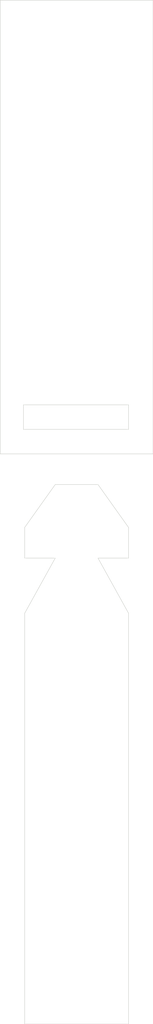
<source format=kicad_pcb>
(kicad_pcb (version 20201220) (generator pcbnew)

  (general
    (thickness 1.59766)
  )

  (paper "A4")
  (layers
    (0 "F.Cu" jumper)
    (31 "B.Cu" signal)
    (32 "B.Adhes" user "B.Adhesive")
    (33 "F.Adhes" user "F.Adhesive")
    (34 "B.Paste" user)
    (35 "F.Paste" user)
    (36 "B.SilkS" user "B.Silkscreen")
    (37 "F.SilkS" user "F.Silkscreen")
    (38 "B.Mask" user)
    (39 "F.Mask" user)
    (40 "Dwgs.User" user "User.Drawings")
    (41 "Cmts.User" user "User.Comments")
    (42 "Eco1.User" user "User.Eco1")
    (43 "Eco2.User" user "User.Eco2")
    (44 "Edge.Cuts" user)
    (45 "Margin" user)
    (46 "B.CrtYd" user "B.Courtyard")
    (47 "F.CrtYd" user "F.Courtyard")
    (48 "B.Fab" user)
    (49 "F.Fab" user)
  )

  (setup
    (stackup
      (layer "F.SilkS" (type "Top Silk Screen"))
      (layer "F.Paste" (type "Top Solder Paste"))
      (layer "F.Mask" (type "Top Solder Mask") (color "Green") (thickness 0.01))
      (layer "F.Cu" (type "copper") (thickness 0.035))
      (layer "dielectric 1" (type "core") (thickness 1.51) (material "FR4") (epsilon_r 4.5) (loss_tangent 0.02))
      (layer "B.Cu" (type "copper") (thickness 0.035))
      (layer "B.Mask" (type "Bottom Solder Mask") (color "Green") (thickness 0.01))
      (layer "B.Paste" (type "Bottom Solder Paste"))
      (layer "B.SilkS" (type "Bottom Silk Screen"))
      (copper_finish "None")
      (dielectric_constraints no)
    )
    (pcbplotparams
      (layerselection 0x00010fc_ffffffff)
      (disableapertmacros false)
      (usegerberextensions false)
      (usegerberattributes false)
      (usegerberadvancedattributes false)
      (creategerberjobfile false)
      (svguseinch false)
      (svgprecision 6)
      (excludeedgelayer true)
      (plotframeref false)
      (viasonmask false)
      (mode 1)
      (useauxorigin true)
      (hpglpennumber 1)
      (hpglpenspeed 20)
      (hpglpendiameter 15.000000)
      (psnegative false)
      (psa4output false)
      (plotreference true)
      (plotvalue true)
      (plotinvisibletext false)
      (sketchpadsonfab false)
      (subtractmaskfromsilk false)
      (outputformat 1)
      (mirror false)
      (drillshape 0)
      (scaleselection 1)
      (outputdirectory "gerber/v11-aa")
    )
  )


  (net 0 "")

  (gr_line (start 171.323 113.03) (end 182.118 113.03) (layer "Edge.Cuts") (width 0.05) (tstamp 0076b00d-5144-4bcb-950a-91d088cebc33))
  (gr_line (start 168.91 118.11) (end 184.785 118.11) (layer "Edge.Cuts") (width 0.05) (tstamp 0cd8fc05-9279-4889-9623-286ce773617b))
  (gr_line (start 171.45 125.73) (end 174.625 121.285) (layer "Edge.Cuts") (width 0.05) (tstamp 1b910d1f-4c69-4498-9d56-805f2f1fb330))
  (gr_line (start 182.118 115.57) (end 182.245 115.57) (layer "Edge.Cuts") (width 0.05) (tstamp 1fc4bb81-77e1-482f-9cb9-ea09043e4912))
  (gr_line (start 182.245 113.03) (end 182.245 115.57) (layer "Edge.Cuts") (width 0.05) (tstamp 24d713b3-a693-41dd-9cc5-029fc76c65a0))
  (gr_line (start 182.245 125.73) (end 179.07 121.285) (layer "Edge.Cuts") (width 0.05) (tstamp 268db59a-4071-4a42-ae79-015c0e337632))
  (gr_line (start 171.323 115.57) (end 171.45 115.57) (layer "Edge.Cuts") (width 0.05) (tstamp 2a30f39b-9db4-4400-b0bc-d4705b7ec65f))
  (gr_line (start 182.245 177.165) (end 171.45 177.165) (layer "Edge.Cuts") (width 0.05) (tstamp 4674a3de-c158-43fc-9544-d8ae18162dc9))
  (gr_line (start 171.323 113.03) (end 171.323 115.57) (layer "Edge.Cuts") (width 0.05) (tstamp 47d5d778-6d15-436b-85de-1ae97daecfec))
  (gr_line (start 174.625 128.905) (end 171.45 134.62) (layer "Edge.Cuts") (width 0.05) (tstamp 5cc5ebbc-0275-4e97-b586-4f0e60d380cb))
  (gr_line (start 182.245 128.905) (end 182.245 125.73) (layer "Edge.Cuts") (width 0.05) (tstamp 5e8dbc67-e1b2-4b28-9345-39d119a84f4c))
  (gr_line (start 171.45 177.165) (end 171.45 145.415) (layer "Edge.Cuts") (width 0.05) (tstamp 5f846dd8-f67d-4abf-8ed4-684a2bcb1346))
  (gr_line (start 184.785 71.12) (end 168.91 71.12) (layer "Edge.Cuts") (width 0.05) (tstamp 659d2e9a-1960-47d2-a086-fc50b88bdf98))
  (gr_line (start 182.245 134.62) (end 182.245 177.165) (layer "Edge.Cuts") (width 0.05) (tstamp 711d785c-ab89-4170-83b3-c00531327a98))
  (gr_line (start 179.07 128.905) (end 182.245 134.62) (layer "Edge.Cuts") (width 0.05) (tstamp 7ac1e76b-25aa-4655-892d-559a3ee2f133))
  (gr_line (start 174.625 128.905) (end 171.45 128.905) (layer "Edge.Cuts") (width 0.05) (tstamp 8844a41e-2660-49d7-b1d3-30ac786d7880))
  (gr_line (start 171.45 145.415) (end 171.45 134.62) (layer "Edge.Cuts") (width 0.05) (tstamp 894fa150-0a53-4cea-a260-ce2e7046cf05))
  (gr_line (start 168.91 118.11) (end 168.91 71.12) (layer "Edge.Cuts") (width 0.05) (tstamp 8b8c7f1d-acd5-4324-8613-14279b2b3f94))
  (gr_line (start 171.323 115.57) (end 182.118 115.57) (layer "Edge.Cuts") (width 0.05) (tstamp 93ae55fc-407e-4649-82f4-21ed9d3c7879))
  (gr_line (start 171.45 128.905) (end 171.45 125.73) (layer "Edge.Cuts") (width 0.05) (tstamp 958693a3-7316-45eb-a06e-cf7164ee459a))
  (gr_line (start 179.07 121.285) (end 174.625 121.285) (layer "Edge.Cuts") (width 0.05) (tstamp 9b59d82b-123d-4b7a-abc8-289e0916c4c7))
  (gr_line (start 171.323 113.03) (end 171.45 113.03) (layer "Edge.Cuts") (width 0.05) (tstamp a6426796-eb28-4302-aafa-2a6d6fceacdd))
  (gr_line (start 179.07 128.905) (end 182.245 128.905) (layer "Edge.Cuts") (width 0.05) (tstamp bc3f06ff-183d-4290-b951-d92f40bf9416))
  (gr_line (start 182.118 113.03) (end 182.245 113.03) (layer "Edge.Cuts") (width 0.05) (tstamp c3383dc7-d977-4f42-a2bc-67e7bcffd96a))
  (gr_line (start 184.785 118.11) (end 184.785 71.12) (layer "Edge.Cuts") (width 0.05) (tstamp f02b7d25-2524-4b98-891b-7aa3b19930f7))

)

</source>
